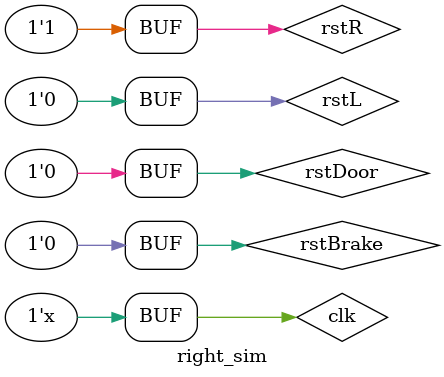
<source format=v>
module right_sim();
reg clk;
reg rstL;
reg rstR;
reg rstBrake;
reg rstDoor;
wire [2:0] ledL;
wire [2:0] ledR;
wire [6:0] ledNum1;
wire [6:0] ledNum2;

water_lamp u0(
    .clk(clk),
    .rstL(rstL),
    .ledL(ledL),
    .rstR(rstR),
    .ledR(ledR),
    .rstBrake(rstBrake),
    .rstDoor(rstDoor),
    .ledNum1(ledNum1),
    .ledNum2(ledNum2)
    );
parameter CYCLE = 10;
always # (CYCLE)clk=~clk;
    initial
        begin
        clk = 1'b0;
        rstL = 1'b0;
        rstR = 1'b0;
        rstDoor = 1'b0;
        rstBrake = 1'b0;
        #100;
        rstR = 1'b1;
        end
endmodule
</source>
